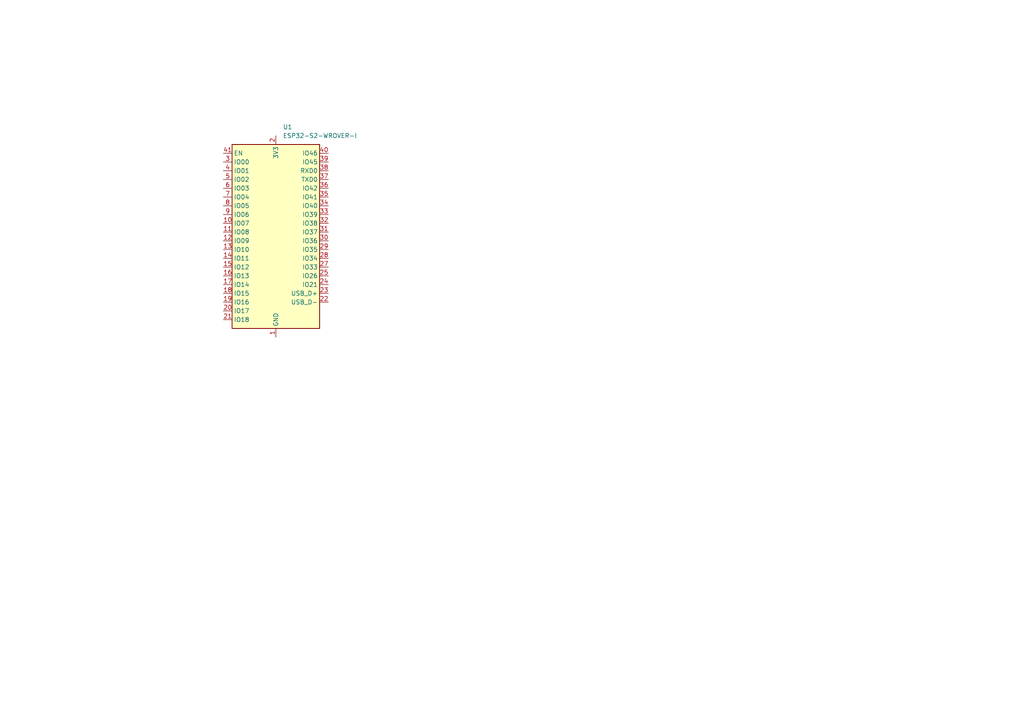
<source format=kicad_sch>
(kicad_sch (version 20230121) (generator eeschema)
  (paper "A4")
  (lib_symbols
    (symbol "RF_Module:ESP32-S2-WROVER-I"
      (property "Reference" "U" (at -12.7 29.21 0))
      (property "Value" "ESP32-S2-WROVER-I" (at 2.54 29.21 0))
      (symbol "ESP32-S2-WROVER-I_0_1"
        (rectangle (start -12.7 27.94) (end 12.7 -25.4) (stroke (width 0.254)) (fill (type background)))
      )
      (symbol "ESP32-S2-WROVER-I_1_1"
        (pin power_in line (at 0 -27.94 90) (length 2.54) (name "GND") (number "1"))
        (pin bidirectional line (at -15.24 5.08 0) (length 2.54) (name "IO07") (number "10"))
        (pin bidirectional line (at -15.24 2.54 0) (length 2.54) (name "IO08") (number "11"))
        (pin bidirectional line (at -15.24 0 0) (length 2.54) (name "IO09") (number "12"))
        (pin bidirectional line (at -15.24 -2.54 0) (length 2.54) (name "IO10") (number "13"))
        (pin bidirectional line (at -15.24 -5.08 0) (length 2.54) (name "IO11") (number "14"))
        (pin bidirectional line (at -15.24 -7.62 0) (length 2.54) (name "IO12") (number "15"))
        (pin bidirectional line (at -15.24 -10.16 0) (length 2.54) (name "IO13") (number "16"))
        (pin bidirectional line (at -15.24 -12.7 0) (length 2.54) (name "IO14") (number "17"))
        (pin bidirectional line (at -15.24 -15.24 0) (length 2.54) (name "IO15") (number "18"))
        (pin bidirectional line (at -15.24 -17.78 0) (length 2.54) (name "IO16") (number "19"))
        (pin power_in line (at 0 30.48 270) (length 2.54) (name "3V3") (number "2"))
        (pin bidirectional line (at -15.24 -20.32 0) (length 2.54) (name "IO17") (number "20"))
        (pin bidirectional line (at -15.24 -22.86 0) (length 2.54) (name "IO18") (number "21"))
        (pin bidirectional line (at 15.24 -17.78 180) (length 2.54) (name "USB_D-") (number "22"))
        (pin bidirectional line (at 15.24 -15.24 180) (length 2.54) (name "USB_D+") (number "23"))
        (pin bidirectional line (at 15.24 -12.7 180) (length 2.54) (name "IO21") (number "24"))
        (pin bidirectional line (at 15.24 -10.16 180) (length 2.54) (name "IO26") (number "25"))
        (pin passive line (at 0 -27.94 90) (length 2.54) hide (name "GND") (number "26"))
        (pin bidirectional line (at 15.24 -7.62 180) (length 2.54) (name "IO33") (number "27"))
        (pin bidirectional line (at 15.24 -5.08 180) (length 2.54) (name "IO34") (number "28"))
        (pin bidirectional line (at 15.24 -2.54 180) (length 2.54) (name "IO35") (number "29"))
        (pin bidirectional line (at -15.24 22.86 0) (length 2.54) (name "IO00") (number "3"))
        (pin bidirectional line (at 15.24 0 180) (length 2.54) (name "IO36") (number "30"))
        (pin bidirectional line (at 15.24 2.54 180) (length 2.54) (name "IO37") (number "31"))
        (pin bidirectional line (at 15.24 5.08 180) (length 2.54) (name "IO38") (number "32"))
        (pin bidirectional line (at 15.24 7.62 180) (length 2.54) (name "IO39") (number "33"))
        (pin bidirectional line (at 15.24 10.16 180) (length 2.54) (name "IO40") (number "34"))
        (pin bidirectional line (at 15.24 12.7 180) (length 2.54) (name "IO41") (number "35"))
        (pin bidirectional line (at 15.24 15.24 180) (length 2.54) (name "IO42") (number "36"))
        (pin bidirectional line (at 15.24 17.78 180) (length 2.54) (name "TXD0") (number "37"))
        (pin bidirectional line (at 15.24 20.32 180) (length 2.54) (name "RXD0") (number "38"))
        (pin bidirectional line (at 15.24 22.86 180) (length 2.54) (name "IO45") (number "39"))
        (pin bidirectional line (at -15.24 20.32 0) (length 2.54) (name "IO01") (number "4"))
        (pin input line (at 15.24 25.4 180) (length 2.54) (name "IO46") (number "40"))
        (pin input line (at -15.24 25.4 0) (length 2.54) (name "EN") (number "41"))
        (pin passive line (at 0 -27.94 90) (length 2.54) hide (name "GND") (number "42"))
        (pin passive line (at 0 -27.94 90) (length 2.54) hide (name "GND") (number "43"))
        (pin bidirectional line (at -15.24 17.78 0) (length 2.54) (name "IO02") (number "5"))
        (pin bidirectional line (at -15.24 15.24 0) (length 2.54) (name "IO03") (number "6"))
        (pin bidirectional line (at -15.24 12.7 0) (length 2.54) (name "IO04") (number "7"))
        (pin bidirectional line (at -15.24 10.16 0) (length 2.54) (name "IO05") (number "8"))
        (pin bidirectional line (at -15.24 7.62 0) (length 2.54) (name "IO06") (number "9"))
      )
    )
  )
  (symbol (lib_id "RF_Module:ESP32-S2-WROVER-I") (at 80.01 69.85 0) (unit 1)
    (property "Reference" "U1" (at 82.0294 36.83 0) (effects (justify left)))
    (property "Value" "ESP32-S2-WROVER-I" (at 82.0294 39.37 0) (effects (justify left)))
    (property "Footprint" "RF_Module:ESP32-S2-WROVER" (effects hide))
    (property "Datasheet" "https://www.espressif.com/sites/default/files/documentation/esp32-s2-wroom_esp32-s2-wroom-i_datasheet_en.pdf" (effects hide))
  )
)
</source>
